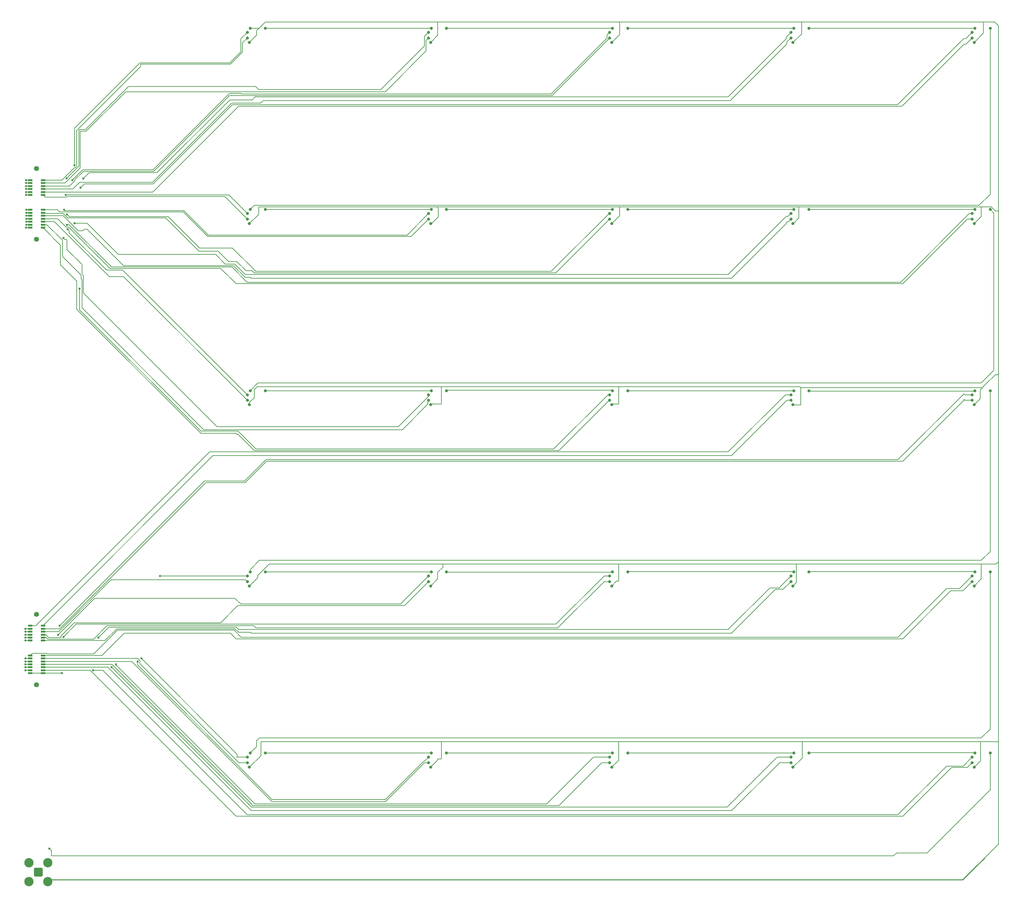
<source format=gbr>
%TF.GenerationSoftware,KiCad,Pcbnew,8.0.2-1*%
%TF.CreationDate,2024-10-14T12:40:27-04:00*%
%TF.ProjectId,EvenLayers_1.3mm_SiPM,4576656e-4c61-4796-9572-735f312e336d,rev?*%
%TF.SameCoordinates,Original*%
%TF.FileFunction,Copper,L4,Bot*%
%TF.FilePolarity,Positive*%
%FSLAX46Y46*%
G04 Gerber Fmt 4.6, Leading zero omitted, Abs format (unit mm)*
G04 Created by KiCad (PCBNEW 8.0.2-1) date 2024-10-14 12:40:27*
%MOMM*%
%LPD*%
G01*
G04 APERTURE LIST*
G04 Aperture macros list*
%AMRoundRect*
0 Rectangle with rounded corners*
0 $1 Rounding radius*
0 $2 $3 $4 $5 $6 $7 $8 $9 X,Y pos of 4 corners*
0 Add a 4 corners polygon primitive as box body*
4,1,4,$2,$3,$4,$5,$6,$7,$8,$9,$2,$3,0*
0 Add four circle primitives for the rounded corners*
1,1,$1+$1,$2,$3*
1,1,$1+$1,$4,$5*
1,1,$1+$1,$6,$7*
1,1,$1+$1,$8,$9*
0 Add four rect primitives between the rounded corners*
20,1,$1+$1,$2,$3,$4,$5,0*
20,1,$1+$1,$4,$5,$6,$7,0*
20,1,$1+$1,$6,$7,$8,$9,0*
20,1,$1+$1,$8,$9,$2,$3,0*%
G04 Aperture macros list end*
%TA.AperFunction,ComponentPad*%
%ADD10C,0.800000*%
%TD*%
%TA.AperFunction,ComponentPad*%
%ADD11RoundRect,0.200100X0.949900X-0.949900X0.949900X0.949900X-0.949900X0.949900X-0.949900X-0.949900X0*%
%TD*%
%TA.AperFunction,ComponentPad*%
%ADD12C,2.500000*%
%TD*%
%TA.AperFunction,SMDPad,CuDef*%
%ADD13R,1.200000X0.500000*%
%TD*%
%TA.AperFunction,ComponentPad*%
%ADD14C,1.348000*%
%TD*%
%TA.AperFunction,ViaPad*%
%ADD15C,0.600000*%
%TD*%
%TA.AperFunction,Conductor*%
%ADD16C,0.200000*%
%TD*%
%TA.AperFunction,Conductor*%
%ADD17C,0.250000*%
%TD*%
G04 APERTURE END LIST*
D10*
%TO.P,REF\u002A\u002A34,5*%
%TO.N,N/C*%
X322700000Y-190300000D03*
%TO.P,REF\u002A\u002A34,6*%
X326800000Y-190300000D03*
%TO.P,REF\u002A\u002A34,7*%
%TO.N,K14*%
X321950000Y-191400000D03*
%TO.P,REF\u002A\u002A34,8*%
%TO.N,A14*%
X321950000Y-192900000D03*
%TO.P,REF\u002A\u002A34,9*%
%TO.N,GND*%
X322500000Y-194100000D03*
%TD*%
%TO.P,REF\u002A\u002A40,5*%
%TO.N,N/C*%
X127500000Y-287900000D03*
%TO.P,REF\u002A\u002A40,6*%
X131600000Y-287900000D03*
%TO.P,REF\u002A\u002A40,7*%
%TO.N,K20*%
X126750000Y-289000000D03*
%TO.P,REF\u002A\u002A40,8*%
%TO.N,A20*%
X126750000Y-290500000D03*
%TO.P,REF\u002A\u002A40,9*%
%TO.N,GND*%
X127300000Y-291700000D03*
%TD*%
%TO.P,REF\u002A\u002A30,5*%
%TO.N,N/C*%
X127500000Y-190300000D03*
%TO.P,REF\u002A\u002A30,6*%
X131600000Y-190300000D03*
%TO.P,REF\u002A\u002A30,7*%
%TO.N,K10*%
X126750000Y-191400000D03*
%TO.P,REF\u002A\u002A30,8*%
%TO.N,A10*%
X126750000Y-192900000D03*
%TO.P,REF\u002A\u002A30,9*%
%TO.N,GND*%
X127300000Y-194100000D03*
%TD*%
%TO.P,REF\u002A\u002A24,5*%
%TO.N,N/C*%
X322700000Y-92700000D03*
%TO.P,REF\u002A\u002A24,6*%
X326800000Y-92700000D03*
%TO.P,REF\u002A\u002A24,7*%
%TO.N,K4*%
X321950000Y-93800000D03*
%TO.P,REF\u002A\u002A24,8*%
%TO.N,A4*%
X321950000Y-95300000D03*
%TO.P,REF\u002A\u002A24,9*%
%TO.N,GND*%
X322500000Y-96500000D03*
%TD*%
%TO.P,REF\u002A\u002A43,5*%
%TO.N,N/C*%
X273900000Y-287900000D03*
%TO.P,REF\u002A\u002A43,6*%
%TO.N,LED_23_to_24*%
X278000000Y-287900000D03*
%TO.P,REF\u002A\u002A43,7*%
%TO.N,K23*%
X273150000Y-289000000D03*
%TO.P,REF\u002A\u002A43,8*%
%TO.N,A23*%
X273150000Y-290500000D03*
%TO.P,REF\u002A\u002A43,9*%
%TO.N,GND*%
X273700000Y-291700000D03*
%TD*%
%TO.P,REF\u002A\u002A38,5*%
%TO.N,N/C*%
X273900000Y-239100000D03*
%TO.P,REF\u002A\u002A38,6*%
X278000000Y-239100000D03*
%TO.P,REF\u002A\u002A38,7*%
%TO.N,K18*%
X273150000Y-240200000D03*
%TO.P,REF\u002A\u002A38,8*%
%TO.N,A18*%
X273150000Y-241700000D03*
%TO.P,REF\u002A\u002A38,9*%
%TO.N,GND*%
X273700000Y-242900000D03*
%TD*%
D11*
%TO.P,REF\u002A\u002A,1*%
%TO.N,LED_input*%
X70500000Y-320000000D03*
D12*
%TO.P,REF\u002A\u002A,2*%
%TO.N,GND*%
X67960000Y-322540000D03*
X73040000Y-322540000D03*
X67960000Y-317460000D03*
X73040000Y-317460000D03*
%TD*%
D10*
%TO.P,REF\u002A\u002A22,5*%
%TO.N,N/C*%
X225100000Y-92700000D03*
%TO.P,REF\u002A\u002A22,6*%
X229200000Y-92700000D03*
%TO.P,REF\u002A\u002A22,7*%
%TO.N,K2*%
X224350000Y-93800000D03*
%TO.P,REF\u002A\u002A22,8*%
%TO.N,A2*%
X224350000Y-95300000D03*
%TO.P,REF\u002A\u002A22,9*%
%TO.N,GND*%
X224900000Y-96500000D03*
%TD*%
%TO.P,REF\u002A\u002A28,5*%
%TO.N,N/C*%
X273900000Y-141500000D03*
%TO.P,REF\u002A\u002A28,6*%
X278000000Y-141500000D03*
%TO.P,REF\u002A\u002A28,7*%
%TO.N,K8*%
X273150000Y-142600000D03*
%TO.P,REF\u002A\u002A28,8*%
%TO.N,A8*%
X273150000Y-144100000D03*
%TO.P,REF\u002A\u002A28,9*%
%TO.N,GND*%
X273700000Y-145300000D03*
%TD*%
%TO.P,REF\u002A\u002A23,5*%
%TO.N,N/C*%
X273900000Y-92700000D03*
%TO.P,REF\u002A\u002A23,6*%
X278000000Y-92700000D03*
%TO.P,REF\u002A\u002A23,7*%
%TO.N,K3*%
X273150000Y-93800000D03*
%TO.P,REF\u002A\u002A23,8*%
%TO.N,A3*%
X273150000Y-95300000D03*
%TO.P,REF\u002A\u002A23,9*%
%TO.N,GND*%
X273700000Y-96500000D03*
%TD*%
%TO.P,REF\u002A\u002A32,5*%
%TO.N,N/C*%
X225100000Y-190300000D03*
%TO.P,REF\u002A\u002A32,6*%
X229200000Y-190300000D03*
%TO.P,REF\u002A\u002A32,7*%
%TO.N,K12*%
X224350000Y-191400000D03*
%TO.P,REF\u002A\u002A32,8*%
%TO.N,A12*%
X224350000Y-192900000D03*
%TO.P,REF\u002A\u002A32,9*%
%TO.N,GND*%
X224900000Y-194100000D03*
%TD*%
%TO.P,REF\u002A\u002A44,5*%
%TO.N,LED_23_to_24*%
X322700000Y-287900000D03*
%TO.P,REF\u002A\u002A44,6*%
%TO.N,LED_input_after_resistor*%
X326800000Y-287900000D03*
%TO.P,REF\u002A\u002A44,7*%
%TO.N,K24*%
X321950000Y-289000000D03*
%TO.P,REF\u002A\u002A44,8*%
%TO.N,A24*%
X321950000Y-290500000D03*
%TO.P,REF\u002A\u002A44,9*%
%TO.N,GND*%
X322500000Y-291700000D03*
%TD*%
%TO.P,REF\u002A\u002A26,5*%
%TO.N,N/C*%
X176300000Y-141500000D03*
%TO.P,REF\u002A\u002A26,6*%
X180400000Y-141500000D03*
%TO.P,REF\u002A\u002A26,7*%
%TO.N,K6*%
X175550000Y-142600000D03*
%TO.P,REF\u002A\u002A26,8*%
%TO.N,A6*%
X175550000Y-144100000D03*
%TO.P,REF\u002A\u002A26,9*%
%TO.N,GND*%
X176100000Y-145300000D03*
%TD*%
%TO.P,REF\u002A\u002A36,5*%
%TO.N,N/C*%
X176300000Y-239100000D03*
%TO.P,REF\u002A\u002A36,6*%
X180400000Y-239100000D03*
%TO.P,REF\u002A\u002A36,7*%
%TO.N,K16*%
X175550000Y-240200000D03*
%TO.P,REF\u002A\u002A36,8*%
%TO.N,A16*%
X175550000Y-241700000D03*
%TO.P,REF\u002A\u002A36,9*%
%TO.N,GND*%
X176100000Y-242900000D03*
%TD*%
%TO.P,REF\u002A\u002A20,5*%
%TO.N,GND*%
X127500000Y-92700000D03*
%TO.P,REF\u002A\u002A20,6*%
%TO.N,N/C*%
X131600000Y-92700000D03*
%TO.P,REF\u002A\u002A20,7*%
%TO.N,K0*%
X126750000Y-93800000D03*
%TO.P,REF\u002A\u002A20,8*%
%TO.N,A0*%
X126750000Y-95300000D03*
%TO.P,REF\u002A\u002A20,9*%
%TO.N,GND*%
X127300000Y-96500000D03*
%TD*%
%TO.P,REF\u002A\u002A25,5*%
%TO.N,N/C*%
X127500000Y-141500000D03*
%TO.P,REF\u002A\u002A25,6*%
X131600000Y-141500000D03*
%TO.P,REF\u002A\u002A25,7*%
%TO.N,K5*%
X126750000Y-142600000D03*
%TO.P,REF\u002A\u002A25,8*%
%TO.N,A5*%
X126750000Y-144100000D03*
%TO.P,REF\u002A\u002A25,9*%
%TO.N,GND*%
X127300000Y-145300000D03*
%TD*%
%TO.P,REF\u002A\u002A37,5*%
%TO.N,N/C*%
X225100000Y-239100000D03*
%TO.P,REF\u002A\u002A37,6*%
X229200000Y-239100000D03*
%TO.P,REF\u002A\u002A37,7*%
%TO.N,K17*%
X224350000Y-240200000D03*
%TO.P,REF\u002A\u002A37,8*%
%TO.N,A17*%
X224350000Y-241700000D03*
%TO.P,REF\u002A\u002A37,9*%
%TO.N,GND*%
X224900000Y-242900000D03*
%TD*%
%TO.P,REF\u002A\u002A31,5*%
%TO.N,N/C*%
X176300000Y-190300000D03*
%TO.P,REF\u002A\u002A31,6*%
X180400000Y-190300000D03*
%TO.P,REF\u002A\u002A31,7*%
%TO.N,K11*%
X175550000Y-191400000D03*
%TO.P,REF\u002A\u002A31,8*%
%TO.N,A11*%
X175550000Y-192900000D03*
%TO.P,REF\u002A\u002A31,9*%
%TO.N,GND*%
X176100000Y-194100000D03*
%TD*%
%TO.P,REF\u002A\u002A27,5*%
%TO.N,N/C*%
X225100000Y-141500000D03*
%TO.P,REF\u002A\u002A27,6*%
X229200000Y-141500000D03*
%TO.P,REF\u002A\u002A27,7*%
%TO.N,K7*%
X224350000Y-142600000D03*
%TO.P,REF\u002A\u002A27,8*%
%TO.N,A7*%
X224350000Y-144100000D03*
%TO.P,REF\u002A\u002A27,9*%
%TO.N,GND*%
X224900000Y-145300000D03*
%TD*%
%TO.P,REF\u002A\u002A41,5*%
%TO.N,N/C*%
X176300000Y-287900000D03*
%TO.P,REF\u002A\u002A41,6*%
X180400000Y-287900000D03*
%TO.P,REF\u002A\u002A41,7*%
%TO.N,K21*%
X175550000Y-289000000D03*
%TO.P,REF\u002A\u002A41,8*%
%TO.N,A21*%
X175550000Y-290500000D03*
%TO.P,REF\u002A\u002A41,9*%
%TO.N,GND*%
X176100000Y-291700000D03*
%TD*%
%TO.P,REF\u002A\u002A29,5*%
%TO.N,N/C*%
X322700000Y-141500000D03*
%TO.P,REF\u002A\u002A29,6*%
X326800000Y-141500000D03*
%TO.P,REF\u002A\u002A29,7*%
%TO.N,K9*%
X321950000Y-142600000D03*
%TO.P,REF\u002A\u002A29,8*%
%TO.N,A9*%
X321950000Y-144100000D03*
%TO.P,REF\u002A\u002A29,9*%
%TO.N,GND*%
X322500000Y-145300000D03*
%TD*%
%TO.P,REF\u002A\u002A21,5*%
%TO.N,N/C*%
X176300000Y-92700000D03*
%TO.P,REF\u002A\u002A21,6*%
X180400000Y-92700000D03*
%TO.P,REF\u002A\u002A21,7*%
%TO.N,K1*%
X175550000Y-93800000D03*
%TO.P,REF\u002A\u002A21,8*%
%TO.N,A1*%
X175550000Y-95300000D03*
%TO.P,REF\u002A\u002A21,9*%
%TO.N,GND*%
X176100000Y-96500000D03*
%TD*%
%TO.P,REF\u002A\u002A42,5*%
%TO.N,N/C*%
X225100000Y-287900000D03*
%TO.P,REF\u002A\u002A42,6*%
X229200000Y-287900000D03*
%TO.P,REF\u002A\u002A42,7*%
%TO.N,K22*%
X224350000Y-289000000D03*
%TO.P,REF\u002A\u002A42,8*%
%TO.N,A22*%
X224350000Y-290500000D03*
%TO.P,REF\u002A\u002A42,9*%
%TO.N,GND*%
X224900000Y-291700000D03*
%TD*%
%TO.P,REF\u002A\u002A35,5*%
%TO.N,N/C*%
X127500000Y-239100000D03*
%TO.P,REF\u002A\u002A35,6*%
X131600000Y-239100000D03*
%TO.P,REF\u002A\u002A35,7*%
%TO.N,K15*%
X126750000Y-240200000D03*
%TO.P,REF\u002A\u002A35,8*%
%TO.N,A15*%
X126750000Y-241700000D03*
%TO.P,REF\u002A\u002A35,9*%
%TO.N,GND*%
X127300000Y-242900000D03*
%TD*%
%TO.P,REF\u002A\u002A39,5*%
%TO.N,N/C*%
X322700000Y-239100000D03*
%TO.P,REF\u002A\u002A39,6*%
X326800000Y-239100000D03*
%TO.P,REF\u002A\u002A39,7*%
%TO.N,K19*%
X321950000Y-240200000D03*
%TO.P,REF\u002A\u002A39,8*%
%TO.N,A19*%
X321950000Y-241700000D03*
%TO.P,REF\u002A\u002A39,9*%
%TO.N,GND*%
X322500000Y-242900000D03*
%TD*%
%TO.P,REF\u002A\u002A33,5*%
%TO.N,N/C*%
X273900000Y-190300000D03*
%TO.P,REF\u002A\u002A33,6*%
X278000000Y-190300000D03*
%TO.P,REF\u002A\u002A33,7*%
%TO.N,K13*%
X273150000Y-191400000D03*
%TO.P,REF\u002A\u002A33,8*%
%TO.N,A13*%
X273150000Y-192900000D03*
%TO.P,REF\u002A\u002A33,9*%
%TO.N,GND*%
X273700000Y-194100000D03*
%TD*%
D13*
%TO.P,REF\u002A\u002A,01*%
%TO.N,A0*%
X71700000Y-133600000D03*
%TO.P,REF\u002A\u002A,02*%
%TO.N,K0*%
X68300000Y-133600000D03*
%TO.N,A1*%
X71700000Y-134400000D03*
%TO.P,REF\u002A\u002A,04*%
%TO.N,K1*%
X68300000Y-134400000D03*
%TO.P,REF\u002A\u002A,05*%
%TO.N,A2*%
X71700000Y-135200000D03*
%TO.P,REF\u002A\u002A,06*%
%TO.N,K2*%
X68300000Y-135200000D03*
%TO.P,REF\u002A\u002A,07*%
%TO.N,A3*%
X71700000Y-136000000D03*
%TO.P,REF\u002A\u002A,08*%
%TO.N,K3*%
X68300000Y-136000000D03*
%TO.P,REF\u002A\u002A,09*%
%TO.N,A4*%
X71700000Y-136800000D03*
%TO.P,REF\u002A\u002A,10*%
%TO.N,K4*%
X68300000Y-136800000D03*
%TO.P,REF\u002A\u002A,11*%
%TO.N,A5*%
X71700000Y-137600000D03*
%TO.P,REF\u002A\u002A,12*%
%TO.N,K5*%
X68300000Y-137600000D03*
%TO.P,REF\u002A\u002A,13*%
%TO.N,A6*%
X71700000Y-141600000D03*
%TO.P,REF\u002A\u002A,14*%
%TO.N,K6*%
X68300000Y-141600000D03*
%TO.P,REF\u002A\u002A,15*%
%TO.N,A7*%
X71700000Y-142400000D03*
%TO.P,REF\u002A\u002A,16*%
%TO.N,K7*%
X68300000Y-142400000D03*
%TO.P,REF\u002A\u002A,17*%
%TO.N,A8*%
X71700000Y-143200000D03*
%TO.P,REF\u002A\u002A,18*%
%TO.N,K8*%
X68300000Y-143200000D03*
%TO.P,REF\u002A\u002A,19*%
%TO.N,A9*%
X71700000Y-144000000D03*
%TO.P,REF\u002A\u002A,20*%
%TO.N,K9*%
X68300000Y-144000000D03*
%TO.P,REF\u002A\u002A,21*%
%TO.N,A10*%
X71700000Y-144800000D03*
%TO.P,REF\u002A\u002A,22*%
%TO.N,K10*%
X68300000Y-144800000D03*
%TO.P,REF\u002A\u002A,23*%
%TO.N,A11*%
X71700000Y-145600000D03*
%TO.P,REF\u002A\u002A,24*%
%TO.N,K11*%
X68300000Y-145600000D03*
%TO.P,REF\u002A\u002A,25*%
%TO.N,A12*%
X71700000Y-146400000D03*
%TO.P,REF\u002A\u002A,26*%
%TO.N,K12*%
X68300000Y-146400000D03*
D14*
%TO.P,REF\u002A\u002A,S1*%
%TO.N,N/C*%
X70000000Y-130505000D03*
%TO.P,REF\u002A\u002A,S2*%
X70000000Y-149495000D03*
%TD*%
D13*
%TO.P,REF\u002A\u002A,01*%
%TO.N,A13*%
X71700000Y-253600000D03*
%TO.P,REF\u002A\u002A,02*%
%TO.N,K13*%
X68300000Y-253600000D03*
%TO.N,A14*%
X71700000Y-254400000D03*
%TO.P,REF\u002A\u002A,04*%
%TO.N,K14*%
X68300000Y-254400000D03*
%TO.P,REF\u002A\u002A,05*%
%TO.N,A15*%
X71700000Y-255200000D03*
%TO.P,REF\u002A\u002A,06*%
%TO.N,K15*%
X68300000Y-255200000D03*
%TO.P,REF\u002A\u002A,07*%
%TO.N,A16*%
X71700000Y-256000000D03*
%TO.P,REF\u002A\u002A,08*%
%TO.N,K16*%
X68300000Y-256000000D03*
%TO.P,REF\u002A\u002A,09*%
%TO.N,A17*%
X71700000Y-256800000D03*
%TO.P,REF\u002A\u002A,10*%
%TO.N,K17*%
X68300000Y-256800000D03*
%TO.P,REF\u002A\u002A,11*%
%TO.N,A18*%
X71700000Y-257600000D03*
%TO.P,REF\u002A\u002A,12*%
%TO.N,K18*%
X68300000Y-257600000D03*
%TO.P,REF\u002A\u002A,13*%
%TO.N,A19*%
X71700000Y-261600000D03*
%TO.P,REF\u002A\u002A,14*%
%TO.N,K19*%
X68300000Y-261600000D03*
%TO.P,REF\u002A\u002A,15*%
%TO.N,A20*%
X71700000Y-262400000D03*
%TO.P,REF\u002A\u002A,16*%
%TO.N,K20*%
X68300000Y-262400000D03*
%TO.P,REF\u002A\u002A,17*%
%TO.N,A21*%
X71700000Y-263200000D03*
%TO.P,REF\u002A\u002A,18*%
%TO.N,K21*%
X68300000Y-263200000D03*
%TO.P,REF\u002A\u002A,19*%
%TO.N,A22*%
X71700000Y-264000000D03*
%TO.P,REF\u002A\u002A,20*%
%TO.N,K22*%
X68300000Y-264000000D03*
%TO.P,REF\u002A\u002A,21*%
%TO.N,A23*%
X71700000Y-264800000D03*
%TO.P,REF\u002A\u002A,22*%
%TO.N,K23*%
X68300000Y-264800000D03*
%TO.P,REF\u002A\u002A,23*%
%TO.N,A24*%
X71700000Y-265600000D03*
%TO.P,REF\u002A\u002A,24*%
%TO.N,K24*%
X68300000Y-265600000D03*
%TO.P,REF\u002A\u002A,25*%
%TO.N,GND*%
X71700000Y-266400000D03*
%TO.P,REF\u002A\u002A,26*%
X68300000Y-266400000D03*
D14*
%TO.P,REF\u002A\u002A,S1*%
%TO.N,N/C*%
X70000000Y-250505000D03*
%TO.P,REF\u002A\u002A,S2*%
X70000000Y-269495000D03*
%TD*%
D15*
%TO.N,GND*%
X76800000Y-266400000D03*
%TO.N,K0*%
X80200000Y-129600000D03*
X67200000Y-133600000D03*
%TO.N,K1*%
X67200000Y-134400000D03*
X78124265Y-133124265D03*
%TO.N,K2*%
X67200000Y-135200000D03*
X79600000Y-133600000D03*
%TO.N,K3*%
X82600000Y-133200000D03*
X67200000Y-136000000D03*
%TO.N,K4*%
X67200000Y-136800000D03*
X81800000Y-135600000D03*
%TO.N,K5*%
X67200000Y-137600000D03*
X77800000Y-137600000D03*
%TO.N,K6*%
X77400000Y-141600000D03*
X67250000Y-141600000D03*
%TO.N,K7*%
X67250000Y-142400000D03*
X78200000Y-142800000D03*
%TO.N,K8*%
X80200000Y-145200000D03*
X67250000Y-143200000D03*
%TO.N,K9*%
X67250000Y-144000000D03*
X78200000Y-145600000D03*
%TO.N,K10*%
X67250000Y-144800000D03*
X78375735Y-146824265D03*
%TO.N,K11*%
X67250000Y-145600000D03*
X77200000Y-149200000D03*
%TO.N,K12*%
X81600000Y-162800000D03*
X67200000Y-146400000D03*
%TO.N,K14*%
X67000000Y-254400000D03*
X76192892Y-253592892D03*
%TO.N,K15*%
X103200000Y-240200000D03*
X67000000Y-255200000D03*
%TO.N,K16*%
X75800000Y-256000000D03*
X67000000Y-256000000D03*
%TO.N,K17*%
X77200000Y-256600000D03*
X67000000Y-256800000D03*
%TO.N,K18*%
X67000000Y-257600000D03*
X86600000Y-256800000D03*
%TO.N,K20*%
X67000000Y-262400000D03*
X98200000Y-262400000D03*
%TO.N,K21*%
X67000000Y-263200000D03*
X97200000Y-263200000D03*
%TO.N,K22*%
X91400000Y-264000000D03*
X67000000Y-264000000D03*
%TO.N,K23*%
X90200000Y-264800000D03*
X67000000Y-264800000D03*
%TO.N,K24*%
X67000000Y-265600000D03*
X85224265Y-265575735D03*
%TO.N,LED_input_after_resistor*%
X73400000Y-313600000D03*
%TD*%
D16*
%TO.N,*%
X324400000Y-236000000D02*
X130000000Y-236000000D01*
X180400000Y-190300000D02*
X180500000Y-190200000D01*
X229200000Y-190300000D02*
X273900000Y-190300000D01*
X130000000Y-283800000D02*
X324400000Y-283800000D01*
X225100000Y-287900000D02*
X180400000Y-287900000D01*
X326800000Y-190300000D02*
X326800000Y-233600000D01*
X128600000Y-140400000D02*
X127500000Y-141500000D01*
X180400000Y-239100000D02*
X180500000Y-239200000D01*
X324400000Y-283800000D02*
X326800000Y-281400000D01*
X327800000Y-142500000D02*
X326800000Y-141500000D01*
X326800000Y-233600000D02*
X324400000Y-236000000D01*
X322600000Y-239000000D02*
X322700000Y-239100000D01*
X129250000Y-286150000D02*
X129250000Y-284550000D01*
X225000000Y-190200000D02*
X225100000Y-190300000D01*
X127500000Y-190300000D02*
X129600000Y-188200000D01*
X176300000Y-239100000D02*
X131600000Y-239100000D01*
X127500000Y-238500000D02*
X130000000Y-236000000D01*
X129600000Y-188200000D02*
X324400000Y-188200000D01*
X322700000Y-92700000D02*
X278000000Y-92700000D01*
X277900000Y-239000000D02*
X322600000Y-239000000D01*
X180500000Y-190200000D02*
X225000000Y-190200000D01*
X273800000Y-239000000D02*
X273900000Y-239100000D01*
X176300000Y-92700000D02*
X131600000Y-92700000D01*
X323800000Y-140400000D02*
X128600000Y-140400000D01*
X273900000Y-92700000D02*
X229200000Y-92700000D01*
X176300000Y-141500000D02*
X131600000Y-141500000D01*
X225000000Y-239200000D02*
X225100000Y-239100000D01*
X176300000Y-287900000D02*
X131600000Y-287900000D01*
X229200000Y-287900000D02*
X273900000Y-287900000D01*
X129250000Y-284550000D02*
X130000000Y-283800000D01*
X326800000Y-92700000D02*
X326800000Y-137400000D01*
X225100000Y-141500000D02*
X180400000Y-141500000D01*
X326800000Y-137400000D02*
X323800000Y-140400000D01*
X273900000Y-141500000D02*
X229200000Y-141500000D01*
X127500000Y-239100000D02*
X127500000Y-238500000D01*
X326800000Y-281400000D02*
X326800000Y-239100000D01*
X225100000Y-92700000D02*
X180400000Y-92700000D01*
X130000000Y-236000000D02*
X129250000Y-236750000D01*
X322600000Y-190400000D02*
X322700000Y-190300000D01*
X180500000Y-239200000D02*
X225000000Y-239200000D01*
X131600000Y-190300000D02*
X176300000Y-190300000D01*
X278000000Y-190300000D02*
X278100000Y-190400000D01*
X278000000Y-141500000D02*
X322700000Y-141500000D01*
X229100000Y-239000000D02*
X273800000Y-239000000D01*
X127500000Y-287900000D02*
X129250000Y-286150000D01*
X278100000Y-190400000D02*
X322600000Y-190400000D01*
X327800000Y-184800000D02*
X327800000Y-142500000D01*
X324400000Y-188200000D02*
X327800000Y-184800000D01*
%TO.N,GND*%
X128600000Y-190000000D02*
X129400000Y-189200000D01*
X324400000Y-141000000D02*
X324200000Y-140800000D01*
X178950000Y-289450000D02*
X178000000Y-289450000D01*
X178000000Y-241000000D02*
X176100000Y-242900000D01*
X322550000Y-193850000D02*
X322600000Y-193800000D01*
X226200000Y-241600000D02*
X224900000Y-242900000D01*
X274800000Y-237000000D02*
X226800000Y-237000000D01*
X327800000Y-237000000D02*
X328400000Y-237000000D01*
X273700000Y-291700000D02*
X276200000Y-289200000D01*
X275800000Y-189500000D02*
X275500000Y-189200000D01*
X329000000Y-236400000D02*
X329000000Y-312400000D01*
X179000000Y-189200000D02*
X179000000Y-193800000D01*
X226800000Y-189200000D02*
X226800000Y-193800000D01*
X178200000Y-143515686D02*
X176257843Y-145457843D01*
X273800000Y-140800000D02*
X225389950Y-140800000D01*
X327089950Y-140800000D02*
X328200000Y-141910050D01*
X129800000Y-142800000D02*
X129800000Y-140800000D01*
X324200000Y-140800000D02*
X273800000Y-140800000D01*
X176100000Y-96500000D02*
X178000000Y-94600000D01*
X178000000Y-91000000D02*
X227000000Y-91000000D01*
X324400000Y-143400000D02*
X324400000Y-141000000D01*
X179200000Y-189200000D02*
X129400000Y-189200000D01*
X276200000Y-289200000D02*
X276200000Y-284800000D01*
D17*
X319400000Y-322000000D02*
X325275000Y-316125000D01*
D16*
X275500000Y-189200000D02*
X226800000Y-189200000D01*
X225150000Y-193850000D02*
X224900000Y-194100000D01*
X68300000Y-266400000D02*
X76800000Y-266400000D01*
X273800000Y-145300000D02*
X275300000Y-143800000D01*
X276000000Y-94200000D02*
X276000000Y-91000000D01*
X178950000Y-193850000D02*
X176350000Y-193850000D01*
X226750000Y-193850000D02*
X225150000Y-193850000D01*
X274600000Y-237000000D02*
X324400000Y-237000000D01*
X179000000Y-284800000D02*
X179000000Y-289400000D01*
X274600000Y-242000000D02*
X274600000Y-237000000D01*
X224900000Y-96500000D02*
X227000000Y-94400000D01*
D17*
X72600000Y-322000000D02*
X319400000Y-322000000D01*
D16*
X273700000Y-242900000D02*
X274600000Y-242000000D01*
X226800000Y-289800000D02*
X226800000Y-284800000D01*
X176100000Y-291700000D02*
X178000000Y-289800000D01*
X328000000Y-91000000D02*
X329000000Y-92000000D01*
X178200000Y-141200000D02*
X178200000Y-143515686D01*
X179400000Y-237000000D02*
X132600000Y-237000000D01*
X177800000Y-140800000D02*
X225389950Y-140800000D01*
X129900000Y-92700000D02*
X129250000Y-93350000D01*
X129800000Y-140800000D02*
X177800000Y-140800000D01*
X324700000Y-189500000D02*
X325600000Y-188600000D01*
X176350000Y-193850000D02*
X176100000Y-194100000D01*
X227000000Y-237000000D02*
X179400000Y-237000000D01*
X226800000Y-241600000D02*
X226200000Y-241600000D01*
X273700000Y-96500000D02*
X276000000Y-94200000D01*
X325600000Y-188600000D02*
X324150000Y-190050000D01*
X224900000Y-291700000D02*
X226800000Y-289800000D01*
X328200000Y-186000000D02*
X328800000Y-186000000D01*
X328400000Y-237000000D02*
X329000000Y-236400000D01*
X129600000Y-240600000D02*
X129600000Y-240000000D01*
X127300000Y-145300000D02*
X129800000Y-142800000D01*
X328200000Y-186000000D02*
X325600000Y-188600000D01*
X324150000Y-190050000D02*
X324150000Y-192450000D01*
X227000000Y-189200000D02*
X179000000Y-189200000D01*
X322500000Y-96500000D02*
X325000000Y-94000000D01*
X227000000Y-143200000D02*
X224900000Y-145300000D01*
X275300000Y-143800000D02*
X275300000Y-140800000D01*
X129250000Y-94550000D02*
X127300000Y-96500000D01*
X276200000Y-284800000D02*
X274600000Y-284800000D01*
X178000000Y-94600000D02*
X178000000Y-91000000D01*
X325000000Y-91000000D02*
X328000000Y-91000000D01*
X178000000Y-239200000D02*
X179400000Y-237800000D01*
X328800000Y-284800000D02*
X324200000Y-284800000D01*
X322600000Y-284800000D02*
X276200000Y-284800000D01*
X324200000Y-284800000D02*
X324200000Y-290000000D01*
X275800000Y-189500000D02*
X324700000Y-189500000D01*
X329000000Y-92000000D02*
X329000000Y-142000000D01*
X276000000Y-91000000D02*
X325000000Y-91000000D01*
X132600000Y-237000000D02*
X129600000Y-240000000D01*
X329000000Y-312400000D02*
X319400000Y-322000000D01*
X329000000Y-285000000D02*
X328800000Y-284800000D01*
X328910050Y-141910050D02*
X329000000Y-142000000D01*
X328800000Y-186000000D02*
X329000000Y-185800000D01*
X329000000Y-142000000D02*
X329000000Y-185800000D01*
X324200000Y-140800000D02*
X327089950Y-140800000D01*
X324200000Y-290000000D02*
X322500000Y-291700000D01*
X129250000Y-93350000D02*
X129250000Y-94550000D01*
X179200000Y-284800000D02*
X130400000Y-284800000D01*
X130400000Y-284800000D02*
X130400000Y-288600000D01*
X324400000Y-241000000D02*
X324400000Y-237000000D01*
X127500000Y-92700000D02*
X129900000Y-92700000D01*
X225389950Y-140800000D02*
X227000000Y-140800000D01*
X227000000Y-140800000D02*
X227000000Y-143200000D01*
X127300000Y-193500000D02*
X127300000Y-194100000D01*
X275750000Y-194150000D02*
X273650000Y-194150000D01*
X325000000Y-94000000D02*
X325000000Y-91000000D01*
X322500000Y-145300000D02*
X324400000Y-143400000D01*
X177800000Y-140800000D02*
X178200000Y-141200000D01*
X127300000Y-291700000D02*
X130400000Y-288600000D01*
X324200000Y-284800000D02*
X322600000Y-284800000D01*
X227000000Y-94400000D02*
X227000000Y-91000000D01*
X227000000Y-284800000D02*
X179000000Y-284800000D01*
X178000000Y-241000000D02*
X178000000Y-239200000D01*
X275800000Y-189500000D02*
X275800000Y-194100000D01*
X328200000Y-141910050D02*
X328910050Y-141910050D01*
X322500000Y-242900000D02*
X324400000Y-241000000D01*
X179400000Y-237000000D02*
X179400000Y-237800000D01*
X329000000Y-185800000D02*
X329000000Y-236400000D01*
X131600000Y-91000000D02*
X178000000Y-91000000D01*
X128600000Y-192200000D02*
X128600000Y-190000000D01*
X227000000Y-91000000D02*
X276000000Y-91000000D01*
X324400000Y-237000000D02*
X327800000Y-237000000D01*
X324150000Y-192450000D02*
X322500000Y-194100000D01*
X129900000Y-92700000D02*
X131600000Y-91000000D01*
X226800000Y-284800000D02*
X274800000Y-284800000D01*
X128600000Y-192200000D02*
X127300000Y-193500000D01*
X226800000Y-237000000D02*
X226800000Y-241600000D01*
X178000000Y-289800000D02*
X178000000Y-289450000D01*
X127300000Y-242900000D02*
X129600000Y-240600000D01*
X275300000Y-140800000D02*
X273800000Y-140800000D01*
%TO.N,K0*%
X80200000Y-129600000D02*
X80200000Y-119634315D01*
X80200000Y-119634315D02*
X97834315Y-102000000D01*
X125025000Y-99025000D02*
X122050000Y-102000000D01*
X125025000Y-95525000D02*
X125025000Y-99025000D01*
X126750000Y-93800000D02*
X125025000Y-95525000D01*
X98000000Y-102000000D02*
X97800000Y-102000000D01*
X122050000Y-102000000D02*
X98000000Y-102000000D01*
X67200000Y-133600000D02*
X68300000Y-133600000D01*
X97834315Y-102000000D02*
X98000000Y-102000000D01*
%TO.N,A0*%
X122215686Y-102400000D02*
X125425000Y-99190686D01*
X125425000Y-99190686D02*
X125425000Y-96625000D01*
X76800000Y-133600000D02*
X80200000Y-130200000D01*
X80200000Y-130200000D02*
X80448529Y-130200000D01*
X71700000Y-133600000D02*
X76800000Y-133600000D01*
X80800000Y-120234315D02*
X98000000Y-103034315D01*
X125425000Y-96625000D02*
X126750000Y-95300000D01*
X80448529Y-130200000D02*
X80800000Y-129848529D01*
X98000000Y-102400000D02*
X122215686Y-102400000D01*
X98000000Y-103034315D02*
X98000000Y-102400000D01*
X80800000Y-129848529D02*
X80800000Y-120234315D01*
%TO.N,K1*%
X78124265Y-133075735D02*
X80600000Y-130600000D01*
X81600000Y-120000000D02*
X83200000Y-120000000D01*
X83200000Y-120000000D02*
X94800000Y-108400000D01*
X80614215Y-130600000D02*
X81365686Y-129848529D01*
X81365686Y-129848529D02*
X81365686Y-120234315D01*
X129800000Y-109200000D02*
X162650000Y-109200000D01*
X78124265Y-133124265D02*
X78124265Y-133075735D01*
X174425000Y-97425000D02*
X174425000Y-94925000D01*
X67200000Y-134400000D02*
X68300000Y-134400000D01*
X94800000Y-108400000D02*
X129000000Y-108400000D01*
X81365686Y-120234315D02*
X81600000Y-120000000D01*
X80600000Y-130600000D02*
X80614215Y-130600000D01*
X174425000Y-94925000D02*
X175550000Y-93800000D01*
X129000000Y-108400000D02*
X129800000Y-109200000D01*
X162650000Y-109200000D02*
X174425000Y-97425000D01*
%TO.N,A1*%
X175550000Y-95300000D02*
X174850000Y-96000000D01*
X77697059Y-134400000D02*
X71700000Y-134400000D01*
X163900000Y-109800000D02*
X93965686Y-109800000D01*
X93965686Y-109800000D02*
X83365686Y-120400000D01*
X174850000Y-98850000D02*
X163900000Y-109800000D01*
X83365686Y-120400000D02*
X81765686Y-120400000D01*
X81765686Y-130331373D02*
X77697059Y-134400000D01*
X174850000Y-96000000D02*
X174850000Y-98850000D01*
X81765686Y-120400000D02*
X81765686Y-130331373D01*
%TO.N,K2*%
X67200000Y-135200000D02*
X68300000Y-135200000D01*
X79600000Y-133600000D02*
X82400000Y-130800000D01*
X223650000Y-95350000D02*
X223650000Y-94500000D01*
X101365686Y-130800000D02*
X82400000Y-130800000D01*
X125000000Y-110200000D02*
X125200000Y-110400000D01*
X125200000Y-110400000D02*
X208600000Y-110400000D01*
X121965686Y-110200000D02*
X125000000Y-110200000D01*
X208600000Y-110400000D02*
X223650000Y-95350000D01*
X101365686Y-130800000D02*
X121965686Y-110200000D01*
X223650000Y-94500000D02*
X224350000Y-93800000D01*
%TO.N,A2*%
X82565686Y-131200000D02*
X80200000Y-133565686D01*
X224350000Y-95300000D02*
X208850000Y-110800000D01*
X80200000Y-133565686D02*
X80200000Y-133848529D01*
X78848529Y-135200000D02*
X71700000Y-135200000D01*
X82565686Y-131200000D02*
X101531372Y-131200000D01*
X208850000Y-110800000D02*
X121931372Y-110800000D01*
X121931372Y-110800000D02*
X101531372Y-131200000D01*
X80200000Y-133848529D02*
X78848529Y-135200000D01*
%TO.N,K3*%
X271900000Y-95050000D02*
X273150000Y-93800000D01*
X122000000Y-112000000D02*
X102400000Y-131600000D01*
X128800000Y-111200000D02*
X128000000Y-112000000D01*
X67200000Y-136000000D02*
X68300000Y-136000000D01*
X256250000Y-111200000D02*
X128800000Y-111200000D01*
X128000000Y-112000000D02*
X122000000Y-112000000D01*
X84200000Y-131600000D02*
X82600000Y-133200000D01*
X102400000Y-131600000D02*
X84200000Y-131600000D01*
X271900000Y-95550000D02*
X256250000Y-111200000D01*
X271900000Y-95550000D02*
X271900000Y-95050000D01*
%TO.N,A3*%
X271900000Y-97100000D02*
X256800000Y-112200000D01*
X81600000Y-134200000D02*
X79800000Y-136000000D01*
X81600000Y-134200000D02*
X101200000Y-134200000D01*
X79800000Y-136000000D02*
X71700000Y-136000000D01*
X131000000Y-112200000D02*
X130300000Y-112900000D01*
X130300000Y-112900000D02*
X122500000Y-112900000D01*
X122500000Y-112900000D02*
X101200000Y-134200000D01*
X272100000Y-96350000D02*
X273150000Y-95300000D01*
X81600000Y-134200000D02*
X81200000Y-134600000D01*
X272100000Y-96850000D02*
X272100000Y-96350000D01*
X271900000Y-97050000D02*
X271900000Y-97100000D01*
X272100000Y-96850000D02*
X271900000Y-97050000D01*
X256800000Y-112200000D02*
X131000000Y-112200000D01*
%TO.N,K4*%
X320200000Y-95550000D02*
X321950000Y-93800000D01*
X101400000Y-134600000D02*
X82800000Y-134600000D01*
X81800000Y-135600000D02*
X82800000Y-134600000D01*
X319650000Y-95550000D02*
X320200000Y-95550000D01*
X122700000Y-113300000D02*
X301900000Y-113300000D01*
X301900000Y-113300000D02*
X319650000Y-95550000D01*
X101400000Y-134600000D02*
X122700000Y-113300000D01*
X67200000Y-136800000D02*
X68300000Y-136800000D01*
%TO.N,A4*%
X101300000Y-136800000D02*
X124400000Y-113700000D01*
X303050000Y-113700000D02*
X319700000Y-97050000D01*
X319700000Y-97050000D02*
X320200000Y-97050000D01*
X320200000Y-97050000D02*
X321950000Y-95300000D01*
X71700000Y-136800000D02*
X101300000Y-136800000D01*
X124400000Y-113700000D02*
X303050000Y-113700000D01*
%TO.N,K5*%
X77800000Y-137600000D02*
X121750000Y-137600000D01*
X126750000Y-142600000D02*
X121750000Y-137600000D01*
X67200000Y-137600000D02*
X68300000Y-137600000D01*
%TO.N,A5*%
X78248529Y-138000000D02*
X78048529Y-138200000D01*
X78048529Y-138200000D02*
X72300000Y-138200000D01*
X72300000Y-138200000D02*
X71700000Y-137600000D01*
X120650000Y-138000000D02*
X78248529Y-138000000D01*
X126750000Y-144100000D02*
X120650000Y-138000000D01*
%TO.N,K6*%
X109668628Y-141800000D02*
X77600000Y-141800000D01*
X77600000Y-141800000D02*
X77400000Y-141600000D01*
X116268628Y-148400000D02*
X109668628Y-141800000D01*
X67250000Y-141600000D02*
X68300000Y-141600000D01*
X169750000Y-148400000D02*
X116268628Y-148400000D01*
X175550000Y-142600000D02*
X169750000Y-148400000D01*
%TO.N,A6*%
X76200000Y-142200000D02*
X75600000Y-141600000D01*
X76200000Y-142200000D02*
X109502942Y-142200000D01*
X75600000Y-141600000D02*
X71700000Y-141600000D01*
X116102942Y-148800000D02*
X109502942Y-142200000D01*
X175550000Y-144100000D02*
X170850000Y-148800000D01*
X170850000Y-148800000D02*
X116102942Y-148800000D01*
%TO.N,K7*%
X208600000Y-158200000D02*
X224200000Y-142600000D01*
X78200000Y-142800000D02*
X78800000Y-143400000D01*
X129034314Y-158200000D02*
X208600000Y-158200000D01*
X67250000Y-142400000D02*
X68300000Y-142400000D01*
X105400000Y-143400000D02*
X78800000Y-143400000D01*
X113882843Y-151882843D02*
X122717157Y-151882843D01*
X105400000Y-143400000D02*
X113882843Y-151882843D01*
X224200000Y-142600000D02*
X224350000Y-142600000D01*
X122717157Y-151882843D02*
X129034314Y-158200000D01*
%TO.N,A7*%
X128600000Y-158600000D02*
X128000000Y-158000000D01*
X128000000Y-158000000D02*
X126400000Y-158000000D01*
X118882843Y-152717157D02*
X113717157Y-152717157D01*
X126400000Y-158000000D02*
X123917157Y-155517157D01*
X78351471Y-143800000D02*
X104800000Y-143800000D01*
X113717157Y-152717157D02*
X104800000Y-143800000D01*
X71700000Y-142400000D02*
X71900000Y-142600000D01*
X123917157Y-155517157D02*
X121682843Y-155517157D01*
X71900000Y-142600000D02*
X77151471Y-142600000D01*
X77151471Y-142600000D02*
X78351471Y-143800000D01*
X209850000Y-158600000D02*
X128600000Y-158600000D01*
X224350000Y-144100000D02*
X209850000Y-158600000D01*
X121682843Y-155517157D02*
X118882843Y-152717157D01*
%TO.N,K8*%
X118200000Y-153600000D02*
X92000000Y-153600000D01*
X123400000Y-156200000D02*
X120800000Y-156200000D01*
X83600000Y-145200000D02*
X80200000Y-145200000D01*
X272400000Y-143350000D02*
X271900000Y-143350000D01*
X92000000Y-153600000D02*
X83600000Y-145200000D01*
X271900000Y-143350000D02*
X256250000Y-159000000D01*
X273150000Y-142600000D02*
X272400000Y-143350000D01*
X256250000Y-159000000D02*
X126200000Y-159000000D01*
X126200000Y-159000000D02*
X123400000Y-156200000D01*
X67250000Y-143200000D02*
X68300000Y-143200000D01*
X120800000Y-156200000D02*
X118200000Y-153600000D01*
%TO.N,A8*%
X82800000Y-146800000D02*
X82365685Y-147234315D01*
X257200000Y-160000000D02*
X127800000Y-160000000D01*
X83600000Y-146800000D02*
X82800000Y-146800000D01*
X93400000Y-156600000D02*
X83600000Y-146800000D01*
X81200000Y-147234315D02*
X77165685Y-143200000D01*
X77165685Y-143200000D02*
X71700000Y-143200000D01*
X127800000Y-160000000D02*
X127600000Y-159800000D01*
X82365685Y-147234315D02*
X81200000Y-147234315D01*
X271900000Y-144850000D02*
X271900000Y-145300000D01*
X271900000Y-145300000D02*
X257200000Y-160000000D01*
X272400000Y-144850000D02*
X271900000Y-144850000D01*
X126200000Y-159800000D02*
X123000000Y-156600000D01*
X123000000Y-156600000D02*
X93400000Y-156600000D01*
X273150000Y-144100000D02*
X272400000Y-144850000D01*
X127600000Y-159800000D02*
X126200000Y-159800000D01*
%TO.N,K9*%
X78800000Y-145600000D02*
X90200000Y-157000000D01*
X67250000Y-144000000D02*
X68300000Y-144000000D01*
X90200000Y-157000000D02*
X122600000Y-157000000D01*
X302700000Y-161100000D02*
X321200000Y-142600000D01*
X321200000Y-142600000D02*
X321950000Y-142600000D01*
X122600000Y-157000000D02*
X126700000Y-161100000D01*
X78200000Y-145600000D02*
X78800000Y-145600000D01*
X126700000Y-161100000D02*
X302700000Y-161100000D01*
%TO.N,A9*%
X303300000Y-161500000D02*
X123700000Y-161500000D01*
X75751471Y-144000000D02*
X71700000Y-144000000D01*
X321950000Y-144100000D02*
X320700000Y-144100000D01*
X77951471Y-146200000D02*
X75751471Y-144000000D01*
X123700000Y-161500000D02*
X119600000Y-157400000D01*
X320700000Y-144100000D02*
X303300000Y-161500000D01*
X78600000Y-146200000D02*
X77951471Y-146200000D01*
X89800000Y-157400000D02*
X78600000Y-146200000D01*
X119600000Y-157400000D02*
X89800000Y-157400000D01*
%TO.N,A10*%
X93450000Y-159600000D02*
X89600000Y-159600000D01*
X89600000Y-159600000D02*
X74800000Y-144800000D01*
X74800000Y-144800000D02*
X71700000Y-144800000D01*
X126750000Y-192900000D02*
X93450000Y-159600000D01*
%TO.N,K10*%
X78375735Y-146824265D02*
X78800000Y-147248530D01*
X78800000Y-147248530D02*
X78800000Y-147800000D01*
X88800000Y-157800000D02*
X93150000Y-157800000D01*
X67250000Y-144800000D02*
X68300000Y-144800000D01*
X93150000Y-157800000D02*
X126750000Y-191400000D01*
X78800000Y-147800000D02*
X88800000Y-157800000D01*
%TO.N,A11*%
X82200000Y-168000000D02*
X82200000Y-160400000D01*
X175400000Y-193050000D02*
X175400000Y-193900000D01*
X72751471Y-145600000D02*
X71700000Y-145600000D01*
X76951471Y-154151470D02*
X76951471Y-149800000D01*
X76951471Y-149800000D02*
X72751471Y-145600000D01*
X115000000Y-200800000D02*
X82200000Y-168000000D01*
X82200000Y-160400000D02*
X82000000Y-160200000D01*
X168500000Y-200800000D02*
X115000000Y-200800000D01*
X82000000Y-160200000D02*
X82000000Y-159199999D01*
X82000000Y-159199999D02*
X76951471Y-154151470D01*
X175550000Y-192900000D02*
X175400000Y-193050000D01*
X175400000Y-193900000D02*
X168500000Y-200800000D01*
%TO.N,K11*%
X167450000Y-200000000D02*
X118600000Y-200000000D01*
X77200000Y-149200000D02*
X77600000Y-149600000D01*
X175550000Y-191900000D02*
X167450000Y-200000000D01*
X82600000Y-159234314D02*
X82200000Y-158834314D01*
X78200000Y-149600000D02*
X78200000Y-152334314D01*
X175550000Y-191400000D02*
X175550000Y-191900000D01*
X78200000Y-152334314D02*
X82200000Y-156334314D01*
X67250000Y-145600000D02*
X68300000Y-145600000D01*
X118600000Y-200000000D02*
X82600000Y-164000000D01*
X82600000Y-164000000D02*
X82600000Y-159234314D01*
X82200000Y-156334314D02*
X82200000Y-158834314D01*
X77600000Y-149600000D02*
X78200000Y-149600000D01*
%TO.N,A12*%
X80800000Y-160800000D02*
X76400000Y-156400000D01*
X76400000Y-151100000D02*
X71700000Y-146400000D01*
X76400000Y-156400000D02*
X76400000Y-151100000D01*
X114234314Y-201800000D02*
X80800000Y-168365686D01*
X210700000Y-206400000D02*
X128600000Y-206400000D01*
X80800000Y-168365686D02*
X80800000Y-160800000D01*
X123800000Y-202000000D02*
X123600000Y-201800000D01*
X224350000Y-192900000D02*
X224200000Y-192900000D01*
X128600000Y-206400000D02*
X124200000Y-202000000D01*
X224200000Y-192900000D02*
X210700000Y-206400000D01*
X124200000Y-202000000D02*
X123800000Y-202000000D01*
X123600000Y-201800000D02*
X114234314Y-201800000D01*
X71700000Y-146400000D02*
X71565686Y-146400000D01*
%TO.N,K12*%
X67200000Y-146400000D02*
X68300000Y-146400000D01*
X129034315Y-206000000D02*
X124234315Y-201200000D01*
X209250000Y-206000000D02*
X129034315Y-206000000D01*
X224350000Y-191400000D02*
X223850000Y-191400000D01*
X124234315Y-201200000D02*
X114200000Y-201200000D01*
X223850000Y-191400000D02*
X209250000Y-206000000D01*
X81600000Y-168600000D02*
X81600000Y-162800000D01*
X114200000Y-201200000D02*
X81600000Y-168600000D01*
%TO.N,K14*%
X68300000Y-254400000D02*
X67000000Y-254400000D01*
X115151470Y-214634314D02*
X76192892Y-253592892D01*
X126000000Y-214634314D02*
X115151470Y-214634314D01*
X319700000Y-191150000D02*
X301950000Y-208900000D01*
X319950000Y-191400000D02*
X319700000Y-191150000D01*
X131734314Y-208900000D02*
X126000000Y-214634314D01*
X301950000Y-208900000D02*
X131734314Y-208900000D01*
X321950000Y-191400000D02*
X319950000Y-191400000D01*
%TO.N,A14*%
X76234314Y-254400000D02*
X71700000Y-254400000D01*
X319700000Y-192900000D02*
X303300000Y-209300000D01*
X126165686Y-215034314D02*
X115600000Y-215034314D01*
X303300000Y-209300000D02*
X131900000Y-209300000D01*
X321950000Y-192900000D02*
X319950000Y-192900000D01*
X131900000Y-209300000D02*
X126165686Y-215034314D01*
X115600000Y-215034314D02*
X76234314Y-254400000D01*
X319700000Y-192650000D02*
X319700000Y-192900000D01*
X319950000Y-192900000D02*
X319700000Y-192650000D01*
%TO.N,K13*%
X256250000Y-206800000D02*
X116600000Y-206800000D01*
X116600000Y-206800000D02*
X69800000Y-253600000D01*
X69800000Y-253600000D02*
X68300000Y-253600000D01*
X273150000Y-191400000D02*
X271650000Y-191400000D01*
X271650000Y-191400000D02*
X256250000Y-206800000D01*
%TO.N,A13*%
X117500000Y-207800000D02*
X71700000Y-253600000D01*
X273150000Y-192900000D02*
X272100000Y-192900000D01*
X257200000Y-207800000D02*
X117500000Y-207800000D01*
X272100000Y-192900000D02*
X257200000Y-207800000D01*
%TO.N,K15*%
X113400000Y-240200000D02*
X103200000Y-240200000D01*
X68300000Y-255200000D02*
X67000000Y-255200000D01*
X126750000Y-240200000D02*
X113400000Y-240200000D01*
%TO.N,A15*%
X90017157Y-241182843D02*
X76000000Y-255200000D01*
X76000000Y-255200000D02*
X71700000Y-255200000D01*
X126232843Y-241182843D02*
X90017157Y-241182843D01*
X126750000Y-241700000D02*
X126232843Y-241182843D01*
%TO.N,K16*%
X85600000Y-246200000D02*
X75800000Y-256000000D01*
X167975000Y-247775000D02*
X124975000Y-247775000D01*
X123400000Y-246200000D02*
X95668628Y-246200000D01*
X175550000Y-240200000D02*
X167975000Y-247775000D01*
X95668628Y-246200000D02*
X85600000Y-246200000D01*
X124975000Y-247775000D02*
X123400000Y-246200000D01*
X68300000Y-256000000D02*
X67000000Y-256000000D01*
%TO.N,A16*%
X80151471Y-252800000D02*
X119550000Y-252800000D01*
X119550000Y-252800000D02*
X124175000Y-248175000D01*
X72500000Y-256000000D02*
X73300000Y-256800000D01*
X76600000Y-256800000D02*
X76600000Y-256351471D01*
X169075000Y-248175000D02*
X175550000Y-241700000D01*
X73300000Y-256800000D02*
X76600000Y-256800000D01*
X124175000Y-248175000D02*
X169075000Y-248175000D01*
X76600000Y-256351471D02*
X80151471Y-252800000D01*
X71700000Y-256000000D02*
X72500000Y-256000000D01*
%TO.N,K17*%
X77200000Y-256600000D02*
X80600000Y-253200000D01*
X222850000Y-240200000D02*
X224350000Y-240200000D01*
X80600000Y-253200000D02*
X209850000Y-253200000D01*
X68300000Y-256800000D02*
X67000000Y-256800000D01*
X209850000Y-253200000D02*
X222850000Y-240200000D01*
%TO.N,A17*%
X88951471Y-253600000D02*
X85351471Y-257200000D01*
X210350000Y-254200000D02*
X129034314Y-254200000D01*
X222850000Y-241700000D02*
X210350000Y-254200000D01*
X72600000Y-256800000D02*
X71700000Y-256800000D01*
X73000000Y-257200000D02*
X72600000Y-256800000D01*
X85351471Y-257200000D02*
X73000000Y-257200000D01*
X128434314Y-253600000D02*
X88951471Y-253600000D01*
X129034314Y-254200000D02*
X128434314Y-253600000D01*
X224350000Y-241700000D02*
X222850000Y-241700000D01*
%TO.N,K18*%
X124405885Y-254600000D02*
X123805885Y-254000000D01*
X267450000Y-243400000D02*
X256250000Y-254600000D01*
X68300000Y-257600000D02*
X67000000Y-257600000D01*
X89400000Y-254000000D02*
X86600000Y-256800000D01*
X269950000Y-243400000D02*
X267450000Y-243400000D01*
X256250000Y-254600000D02*
X124405885Y-254600000D01*
X123805885Y-254000000D02*
X89400000Y-254000000D01*
X273150000Y-240200000D02*
X269950000Y-243400000D01*
%TO.N,A18*%
X124365686Y-255400000D02*
X123365686Y-254400000D01*
X88434314Y-257600000D02*
X71700000Y-257600000D01*
X257200000Y-255600000D02*
X127800000Y-255600000D01*
X271050000Y-243800000D02*
X269000000Y-243800000D01*
X269000000Y-243800000D02*
X257200000Y-255600000D01*
X273150000Y-241700000D02*
X271050000Y-243800000D01*
X91634314Y-254400000D02*
X88434314Y-257600000D01*
X127600000Y-255400000D02*
X124365686Y-255400000D01*
X127800000Y-255600000D02*
X127600000Y-255400000D01*
X123365686Y-254400000D02*
X91634314Y-254400000D01*
%TO.N,K19*%
X315050000Y-243600000D02*
X301950000Y-256700000D01*
X72750000Y-261200000D02*
X72600000Y-261050000D01*
X85400000Y-261200000D02*
X72750000Y-261200000D01*
X301950000Y-256700000D02*
X125100000Y-256700000D01*
X72600000Y-261050000D02*
X68850000Y-261050000D01*
X68850000Y-261050000D02*
X68300000Y-261600000D01*
X123200000Y-254800000D02*
X91800000Y-254800000D01*
X125100000Y-256700000D02*
X123200000Y-254800000D01*
X91800000Y-254800000D02*
X85400000Y-261200000D01*
X321950000Y-240200000D02*
X318550000Y-243600000D01*
X318550000Y-243600000D02*
X315050000Y-243600000D01*
%TO.N,A19*%
X319450000Y-244200000D02*
X321950000Y-241700000D01*
X122200000Y-255600000D02*
X123700000Y-257100000D01*
X93600000Y-255600000D02*
X122200000Y-255600000D01*
X303300000Y-257100000D02*
X316200000Y-244200000D01*
X316200000Y-244200000D02*
X319450000Y-244200000D01*
X87600000Y-261600000D02*
X71700000Y-261600000D01*
X123700000Y-257100000D02*
X303300000Y-257100000D01*
X93600000Y-255600000D02*
X87600000Y-261600000D01*
%TO.N,K20*%
X124000000Y-289000000D02*
X124000000Y-288200000D01*
X124000000Y-289000000D02*
X123800000Y-289000000D01*
X124000000Y-288200000D02*
X98200000Y-262400000D01*
X126750000Y-289000000D02*
X124000000Y-289000000D01*
X67000000Y-262400000D02*
X68300000Y-262400000D01*
%TO.N,A20*%
X126750000Y-290500000D02*
X124850000Y-290500000D01*
X124500000Y-290500000D02*
X97800000Y-263800000D01*
X97800000Y-263800000D02*
X97800000Y-262951471D01*
X97800000Y-262951471D02*
X97248529Y-262400000D01*
X125000000Y-290500000D02*
X124500000Y-290500000D01*
X97248529Y-262400000D02*
X71700000Y-262400000D01*
%TO.N,K21*%
X163934314Y-300400000D02*
X174234314Y-290100000D01*
X67000000Y-263200000D02*
X68300000Y-263200000D01*
X129600000Y-296585786D02*
X129600000Y-296600000D01*
X129600000Y-296600000D02*
X133400000Y-300400000D01*
X174234314Y-290100000D02*
X174450000Y-290100000D01*
X129600000Y-296585786D02*
X97200000Y-264185786D01*
X133400000Y-300400000D02*
X163934314Y-300400000D01*
X97200000Y-264185786D02*
X97200000Y-263200000D01*
X174450000Y-290100000D02*
X175600000Y-288950000D01*
%TO.N,A21*%
X133400000Y-301000000D02*
X95600000Y-263200000D01*
X175550000Y-290500000D02*
X174400000Y-290500000D01*
X163900000Y-301000000D02*
X133400000Y-301000000D01*
X95600000Y-263200000D02*
X71700000Y-263200000D01*
X174400000Y-290500000D02*
X163900000Y-301000000D01*
%TO.N,K22*%
X224350000Y-289000000D02*
X220000000Y-289000000D01*
X207400000Y-301600000D02*
X128800000Y-301600000D01*
X220000000Y-289000000D02*
X207400000Y-301600000D01*
X128800000Y-301600000D02*
X91400000Y-264200000D01*
X91400000Y-264200000D02*
X91400000Y-264000000D01*
X67000000Y-264000000D02*
X68300000Y-264000000D01*
%TO.N,A22*%
X128000000Y-302000000D02*
X210700000Y-302000000D01*
X210700000Y-302000000D02*
X222200000Y-290500000D01*
X222200000Y-290500000D02*
X224350000Y-290500000D01*
X128000000Y-302000000D02*
X128000000Y-301751471D01*
X90248529Y-264000000D02*
X71700000Y-264000000D01*
X128000000Y-301751471D02*
X90248529Y-264000000D01*
%TO.N,K23*%
X68300000Y-264800000D02*
X67000000Y-264800000D01*
X269400000Y-289000000D02*
X256000000Y-302400000D01*
X273150000Y-289000000D02*
X269400000Y-289000000D01*
X127834314Y-302400000D02*
X90234314Y-264800000D01*
X90234314Y-264800000D02*
X90200000Y-264800000D01*
X256000000Y-302400000D02*
X127834314Y-302400000D01*
%TO.N,A23*%
X257200000Y-303400000D02*
X127800000Y-303400000D01*
X270100000Y-290500000D02*
X257200000Y-303400000D01*
X273150000Y-290500000D02*
X270100000Y-290500000D01*
X89200000Y-264800000D02*
X71700000Y-264800000D01*
X127800000Y-303400000D02*
X89200000Y-264800000D01*
%TO.N,K24*%
X67000000Y-265600000D02*
X68300000Y-265600000D01*
X321950000Y-289000000D02*
X319550000Y-291400000D01*
X319550000Y-291400000D02*
X315050000Y-291400000D01*
X315050000Y-291400000D02*
X301950000Y-304500000D01*
X301950000Y-304500000D02*
X126700000Y-304500000D01*
X87800000Y-265600000D02*
X85200000Y-265600000D01*
X85200000Y-265600000D02*
X85224265Y-265575735D01*
X126700000Y-304500000D02*
X87800000Y-265600000D01*
%TO.N,A24*%
X303300000Y-304900000D02*
X123700000Y-304900000D01*
X316400000Y-291800000D02*
X303300000Y-304900000D01*
X321950000Y-290500000D02*
X320650000Y-291800000D01*
X123700000Y-304900000D02*
X84400000Y-265600000D01*
X84400000Y-265600000D02*
X71700000Y-265600000D01*
X320650000Y-291800000D02*
X316400000Y-291800000D01*
%TO.N,LED_input_after_resistor*%
X326800000Y-297800000D02*
X309800000Y-314800000D01*
X74000000Y-314200000D02*
X73400000Y-313600000D01*
X309800000Y-314800000D02*
X301600000Y-314800000D01*
X74000000Y-315600000D02*
X74000000Y-314200000D01*
X326800000Y-287900000D02*
X326800000Y-297800000D01*
X300800000Y-315600000D02*
X74000000Y-315600000D01*
X301600000Y-314800000D02*
X300800000Y-315600000D01*
%TO.N,LED_23_to_24*%
X277900000Y-287800000D02*
X322600000Y-287800000D01*
X322600000Y-287800000D02*
X322700000Y-287900000D01*
%TD*%
M02*

</source>
